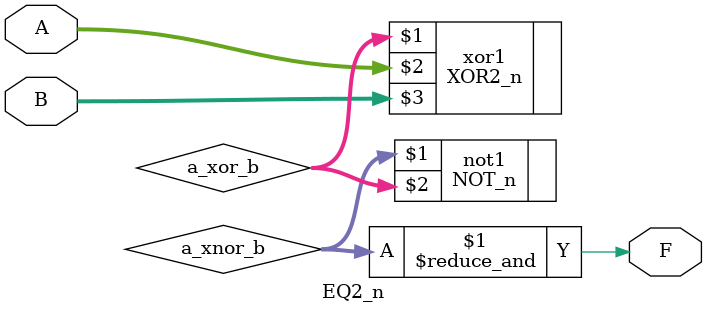
<source format=v>

module EQ2_n #(parameter n=32) (F, A, B); //synopsys template 
  input [0 : n-1] A, B;
  output F;

  wire [0 : n-1] a_xor_b, a_xnor_b;

  XOR2_n #(n) xor1 (a_xor_b, A, B);
  NOT_n #(n) not1 (a_xnor_b, a_xor_b);
  assign F = &a_xnor_b;
endmodule

</source>
